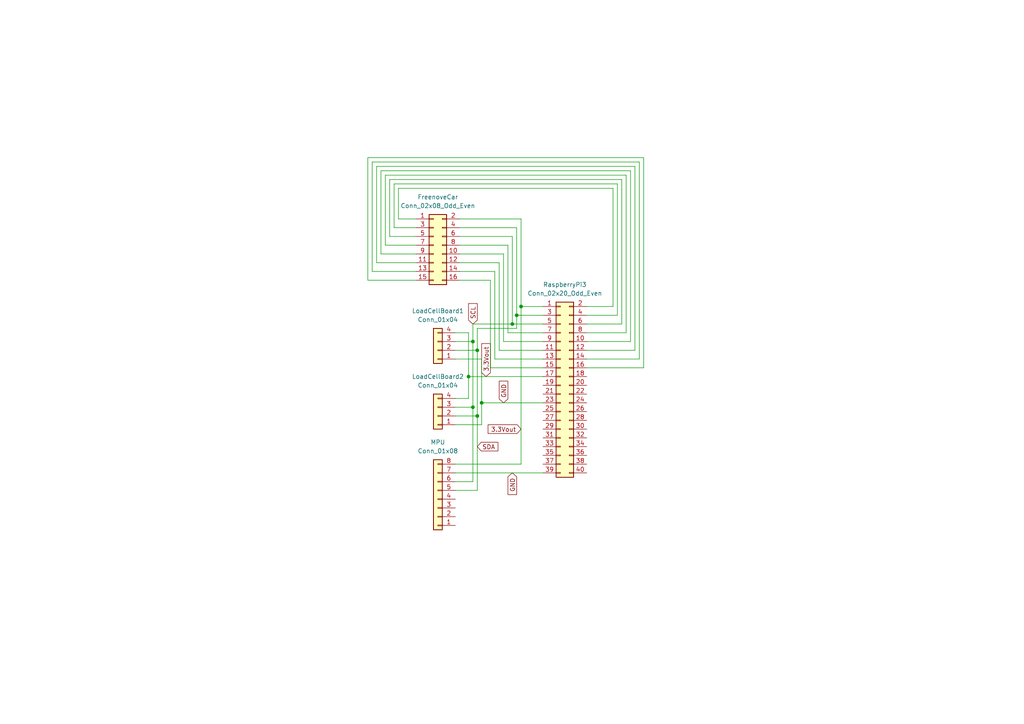
<source format=kicad_sch>
(kicad_sch (version 20250114) (generator "eeschema") (generator_version "9.0")
  (paper "A4")
  (title_block (title "Pythagoras") (date "2025-07-22") (company "Nefarios") (comment 1 "Made for CIEE Robotics Tokyo, Session 1, 2025"))
  (lib_symbols
    (symbol "Connector_Generic:Conn_01x04" (pin_names (offset 1.016) (hide yes))
      (property "Reference" "J" (at 0 5.08 0))
      (property "Value" "Conn_01x04" (at 0 -7.62 0))
      (symbol "Conn_01x04_1_1"
        (rectangle (start -1.27 3.81) (end 1.27 -6.35) (stroke (width 0.254)) (fill (type background)))
        (rectangle (start -1.27 2.667) (end 0 2.413) (stroke (width 0.1524)))
        (rectangle (start -1.27 0.127) (end 0 -0.127) (stroke (width 0.1524)))
        (rectangle (start -1.27 -2.413) (end 0 -2.667) (stroke (width 0.1524)))
        (rectangle (start -1.27 -4.953) (end 0 -5.207) (stroke (width 0.1524)))
        (pin passive line (at -5.08 2.54 0) (length 3.81) (name "Pin_1") (number "1"))
        (pin passive line (at -5.08 0 0) (length 3.81) (name "Pin_2") (number "2"))
        (pin passive line (at -5.08 -2.54 0) (length 3.81) (name "Pin_3") (number "3"))
        (pin passive line (at -5.08 -5.08 0) (length 3.81) (name "Pin_4") (number "4"))
      )
    )
    (symbol "Connector_Generic:Conn_01x08" (pin_names (offset 1.016) (hide yes))
      (property "Reference" "J" (at 0 10.16 0))
      (property "Value" "Conn_01x08" (at 0 -12.7 0))
      (symbol "Conn_01x08_1_1"
        (rectangle (start -1.27 8.89) (end 1.27 -11.43) (stroke (width 0.254)) (fill (type background)))
        (rectangle (start -1.27 7.747) (end 0 7.493) (stroke (width 0.1524)))
        (rectangle (start -1.27 5.207) (end 0 4.953) (stroke (width 0.1524)))
        (rectangle (start -1.27 2.667) (end 0 2.413) (stroke (width 0.1524)))
        (rectangle (start -1.27 0.127) (end 0 -0.127) (stroke (width 0.1524)))
        (rectangle (start -1.27 -2.413) (end 0 -2.667) (stroke (width 0.1524)))
        (rectangle (start -1.27 -4.953) (end 0 -5.207) (stroke (width 0.1524)))
        (rectangle (start -1.27 -7.493) (end 0 -7.747) (stroke (width 0.1524)))
        (rectangle (start -1.27 -10.033) (end 0 -10.287) (stroke (width 0.1524)))
        (pin passive line (at -5.08 7.62 0) (length 3.81) (name "Pin_1") (number "1"))
        (pin passive line (at -5.08 5.08 0) (length 3.81) (name "Pin_2") (number "2"))
        (pin passive line (at -5.08 2.54 0) (length 3.81) (name "Pin_3") (number "3"))
        (pin passive line (at -5.08 0 0) (length 3.81) (name "Pin_4") (number "4"))
        (pin passive line (at -5.08 -2.54 0) (length 3.81) (name "Pin_5") (number "5"))
        (pin passive line (at -5.08 -5.08 0) (length 3.81) (name "Pin_6") (number "6"))
        (pin passive line (at -5.08 -7.62 0) (length 3.81) (name "Pin_7") (number "7"))
        (pin passive line (at -5.08 -10.16 0) (length 3.81) (name "Pin_8") (number "8"))
      )
    )
    (symbol "Connector_Generic:Conn_02x08_Odd_Even" (pin_names (offset 1.016) (hide yes))
      (property "Reference" "J" (at 1.27 10.16 0))
      (property "Value" "Conn_02x08_Odd_Even" (at 1.27 -12.7 0))
      (symbol "Conn_02x08_Odd_Even_1_1"
        (rectangle (start -1.27 8.89) (end 3.81 -11.43) (stroke (width 0.254)) (fill (type background)))
        (rectangle (start -1.27 7.747) (end 0 7.493) (stroke (width 0.1524)))
        (rectangle (start -1.27 5.207) (end 0 4.953) (stroke (width 0.1524)))
        (rectangle (start -1.27 2.667) (end 0 2.413) (stroke (width 0.1524)))
        (rectangle (start -1.27 0.127) (end 0 -0.127) (stroke (width 0.1524)))
        (rectangle (start -1.27 -2.413) (end 0 -2.667) (stroke (width 0.1524)))
        (rectangle (start -1.27 -4.953) (end 0 -5.207) (stroke (width 0.1524)))
        (rectangle (start -1.27 -7.493) (end 0 -7.747) (stroke (width 0.1524)))
        (rectangle (start -1.27 -10.033) (end 0 -10.287) (stroke (width 0.1524)))
        (rectangle (start 3.81 7.747) (end 2.54 7.493) (stroke (width 0.1524)))
        (rectangle (start 3.81 5.207) (end 2.54 4.953) (stroke (width 0.1524)))
        (rectangle (start 3.81 2.667) (end 2.54 2.413) (stroke (width 0.1524)))
        (rectangle (start 3.81 0.127) (end 2.54 -0.127) (stroke (width 0.1524)))
        (rectangle (start 3.81 -2.413) (end 2.54 -2.667) (stroke (width 0.1524)))
        (rectangle (start 3.81 -4.953) (end 2.54 -5.207) (stroke (width 0.1524)))
        (rectangle (start 3.81 -7.493) (end 2.54 -7.747) (stroke (width 0.1524)))
        (rectangle (start 3.81 -10.033) (end 2.54 -10.287) (stroke (width 0.1524)))
        (pin passive line (at -5.08 7.62 0) (length 3.81) (name "Pin_1") (number "1"))
        (pin passive line (at -5.08 5.08 0) (length 3.81) (name "Pin_3") (number "3"))
        (pin passive line (at -5.08 2.54 0) (length 3.81) (name "Pin_5") (number "5"))
        (pin passive line (at -5.08 0 0) (length 3.81) (name "Pin_7") (number "7"))
        (pin passive line (at -5.08 -2.54 0) (length 3.81) (name "Pin_9") (number "9"))
        (pin passive line (at -5.08 -5.08 0) (length 3.81) (name "Pin_11") (number "11"))
        (pin passive line (at -5.08 -7.62 0) (length 3.81) (name "Pin_13") (number "13"))
        (pin passive line (at -5.08 -10.16 0) (length 3.81) (name "Pin_15") (number "15"))
        (pin passive line (at 7.62 7.62 180) (length 3.81) (name "Pin_2") (number "2"))
        (pin passive line (at 7.62 5.08 180) (length 3.81) (name "Pin_4") (number "4"))
        (pin passive line (at 7.62 2.54 180) (length 3.81) (name "Pin_6") (number "6"))
        (pin passive line (at 7.62 0 180) (length 3.81) (name "Pin_8") (number "8"))
        (pin passive line (at 7.62 -2.54 180) (length 3.81) (name "Pin_10") (number "10"))
        (pin passive line (at 7.62 -5.08 180) (length 3.81) (name "Pin_12") (number "12"))
        (pin passive line (at 7.62 -7.62 180) (length 3.81) (name "Pin_14") (number "14"))
        (pin passive line (at 7.62 -10.16 180) (length 3.81) (name "Pin_16") (number "16"))
      )
    )
    (symbol "Connector_Generic:Conn_02x20_Odd_Even" (pin_names (offset 1.016) (hide yes))
      (property "Reference" "J" (at 1.27 25.4 0))
      (property "Value" "Conn_02x20_Odd_Even" (at 1.27 -27.94 0))
      (symbol "Conn_02x20_Odd_Even_1_1"
        (rectangle (start -1.27 24.13) (end 3.81 -26.67) (stroke (width 0.254)) (fill (type background)))
        (rectangle (start -1.27 22.987) (end 0 22.733) (stroke (width 0.1524)))
        (rectangle (start -1.27 20.447) (end 0 20.193) (stroke (width 0.1524)))
        (rectangle (start -1.27 17.907) (end 0 17.653) (stroke (width 0.1524)))
        (rectangle (start -1.27 15.367) (end 0 15.113) (stroke (width 0.1524)))
        (rectangle (start -1.27 12.827) (end 0 12.573) (stroke (width 0.1524)))
        (rectangle (start -1.27 10.287) (end 0 10.033) (stroke (width 0.1524)))
        (rectangle (start -1.27 7.747) (end 0 7.493) (stroke (width 0.1524)))
        (rectangle (start -1.27 5.207) (end 0 4.953) (stroke (width 0.1524)))
        (rectangle (start -1.27 2.667) (end 0 2.413) (stroke (width 0.1524)))
        (rectangle (start -1.27 0.127) (end 0 -0.127) (stroke (width 0.1524)))
        (rectangle (start -1.27 -2.413) (end 0 -2.667) (stroke (width 0.1524)))
        (rectangle (start -1.27 -4.953) (end 0 -5.207) (stroke (width 0.1524)))
        (rectangle (start -1.27 -7.493) (end 0 -7.747) (stroke (width 0.1524)))
        (rectangle (start -1.27 -10.033) (end 0 -10.287) (stroke (width 0.1524)))
        (rectangle (start -1.27 -12.573) (end 0 -12.827) (stroke (width 0.1524)))
        (rectangle (start -1.27 -15.113) (end 0 -15.367) (stroke (width 0.1524)))
        (rectangle (start -1.27 -17.653) (end 0 -17.907) (stroke (width 0.1524)))
        (rectangle (start -1.27 -20.193) (end 0 -20.447) (stroke (width 0.1524)))
        (rectangle (start -1.27 -22.733) (end 0 -22.987) (stroke (width 0.1524)))
        (rectangle (start -1.27 -25.273) (end 0 -25.527) (stroke (width 0.1524)))
        (rectangle (start 3.81 22.987) (end 2.54 22.733) (stroke (width 0.1524)))
        (rectangle (start 3.81 20.447) (end 2.54 20.193) (stroke (width 0.1524)))
        (rectangle (start 3.81 17.907) (end 2.54 17.653) (stroke (width 0.1524)))
        (rectangle (start 3.81 15.367) (end 2.54 15.113) (stroke (width 0.1524)))
        (rectangle (start 3.81 12.827) (end 2.54 12.573) (stroke (width 0.1524)))
        (rectangle (start 3.81 10.287) (end 2.54 10.033) (stroke (width 0.1524)))
        (rectangle (start 3.81 7.747) (end 2.54 7.493) (stroke (width 0.1524)))
        (rectangle (start 3.81 5.207) (end 2.54 4.953) (stroke (width 0.1524)))
        (rectangle (start 3.81 2.667) (end 2.54 2.413) (stroke (width 0.1524)))
        (rectangle (start 3.81 0.127) (end 2.54 -0.127) (stroke (width 0.1524)))
        (rectangle (start 3.81 -2.413) (end 2.54 -2.667) (stroke (width 0.1524)))
        (rectangle (start 3.81 -4.953) (end 2.54 -5.207) (stroke (width 0.1524)))
        (rectangle (start 3.81 -7.493) (end 2.54 -7.747) (stroke (width 0.1524)))
        (rectangle (start 3.81 -10.033) (end 2.54 -10.287) (stroke (width 0.1524)))
        (rectangle (start 3.81 -12.573) (end 2.54 -12.827) (stroke (width 0.1524)))
        (rectangle (start 3.81 -15.113) (end 2.54 -15.367) (stroke (width 0.1524)))
        (rectangle (start 3.81 -17.653) (end 2.54 -17.907) (stroke (width 0.1524)))
        (rectangle (start 3.81 -20.193) (end 2.54 -20.447) (stroke (width 0.1524)))
        (rectangle (start 3.81 -22.733) (end 2.54 -22.987) (stroke (width 0.1524)))
        (rectangle (start 3.81 -25.273) (end 2.54 -25.527) (stroke (width 0.1524)))
        (pin passive line (at -5.08 22.86 0) (length 3.81) (name "Pin_1") (number "1"))
        (pin passive line (at -5.08 20.32 0) (length 3.81) (name "Pin_3") (number "3"))
        (pin passive line (at -5.08 17.78 0) (length 3.81) (name "Pin_5") (number "5"))
        (pin passive line (at -5.08 15.24 0) (length 3.81) (name "Pin_7") (number "7"))
        (pin passive line (at -5.08 12.7 0) (length 3.81) (name "Pin_9") (number "9"))
        (pin passive line (at -5.08 10.16 0) (length 3.81) (name "Pin_11") (number "11"))
        (pin passive line (at -5.08 7.62 0) (length 3.81) (name "Pin_13") (number "13"))
        (pin passive line (at -5.08 5.08 0) (length 3.81) (name "Pin_15") (number "15"))
        (pin passive line (at -5.08 2.54 0) (length 3.81) (name "Pin_17") (number "17"))
        (pin passive line (at -5.08 0 0) (length 3.81) (name "Pin_19") (number "19"))
        (pin passive line (at -5.08 -2.54 0) (length 3.81) (name "Pin_21") (number "21"))
        (pin passive line (at -5.08 -5.08 0) (length 3.81) (name "Pin_23") (number "23"))
        (pin passive line (at -5.08 -7.62 0) (length 3.81) (name "Pin_25") (number "25"))
        (pin passive line (at -5.08 -10.16 0) (length 3.81) (name "Pin_27") (number "27"))
        (pin passive line (at -5.08 -12.7 0) (length 3.81) (name "Pin_29") (number "29"))
        (pin passive line (at -5.08 -15.24 0) (length 3.81) (name "Pin_31") (number "31"))
        (pin passive line (at -5.08 -17.78 0) (length 3.81) (name "Pin_33") (number "33"))
        (pin passive line (at -5.08 -20.32 0) (length 3.81) (name "Pin_35") (number "35"))
        (pin passive line (at -5.08 -22.86 0) (length 3.81) (name "Pin_37") (number "37"))
        (pin passive line (at -5.08 -25.4 0) (length 3.81) (name "Pin_39") (number "39"))
        (pin passive line (at 7.62 22.86 180) (length 3.81) (name "Pin_2") (number "2"))
        (pin passive line (at 7.62 20.32 180) (length 3.81) (name "Pin_4") (number "4"))
        (pin passive line (at 7.62 17.78 180) (length 3.81) (name "Pin_6") (number "6"))
        (pin passive line (at 7.62 15.24 180) (length 3.81) (name "Pin_8") (number "8"))
        (pin passive line (at 7.62 12.7 180) (length 3.81) (name "Pin_10") (number "10"))
        (pin passive line (at 7.62 10.16 180) (length 3.81) (name "Pin_12") (number "12"))
        (pin passive line (at 7.62 7.62 180) (length 3.81) (name "Pin_14") (number "14"))
        (pin passive line (at 7.62 5.08 180) (length 3.81) (name "Pin_16") (number "16"))
        (pin passive line (at 7.62 2.54 180) (length 3.81) (name "Pin_18") (number "18"))
        (pin passive line (at 7.62 0 180) (length 3.81) (name "Pin_20") (number "20"))
        (pin passive line (at 7.62 -2.54 180) (length 3.81) (name "Pin_22") (number "22"))
        (pin passive line (at 7.62 -5.08 180) (length 3.81) (name "Pin_24") (number "24"))
        (pin passive line (at 7.62 -7.62 180) (length 3.81) (name "Pin_26") (number "26"))
        (pin passive line (at 7.62 -10.16 180) (length 3.81) (name "Pin_28") (number "28"))
        (pin passive line (at 7.62 -12.7 180) (length 3.81) (name "Pin_30") (number "30"))
        (pin passive line (at 7.62 -15.24 180) (length 3.81) (name "Pin_32") (number "32"))
        (pin passive line (at 7.62 -17.78 180) (length 3.81) (name "Pin_34") (number "34"))
        (pin passive line (at 7.62 -20.32 180) (length 3.81) (name "Pin_36") (number "36"))
        (pin passive line (at 7.62 -22.86 180) (length 3.81) (name "Pin_38") (number "38"))
        (pin passive line (at 7.62 -25.4 180) (length 3.81) (name "Pin_40") (number "40"))
      )
    )
  )
  (junction (at 137.16 99.06))
  (junction (at 135.89 109.22))
  (junction (at 137.16 118.11))
  (junction (at 149.86 91.44))
  (junction (at 151.13 88.9))
  (junction (at 138.43 120.65))
  (junction (at 138.43 101.6))
  (junction (at 148.59 93.98))
  (junction (at 139.7 116.84))
  (wire (pts (xy 115.57 54.61) (xy 115.57 63.5)))
  (wire (pts (xy 151.13 134.62) (xy 132.08 134.62)))
  (wire (pts (xy 132.08 99.06) (xy 137.16 99.06)))
  (wire (pts (xy 144.78 76.2) (xy 144.78 101.6)))
  (wire (pts (xy 170.18 96.52) (xy 181.61 96.52)))
  (wire (pts (xy 151.13 88.9) (xy 157.48 88.9)))
  (wire (pts (xy 182.88 49.53) (xy 110.49 49.53)))
  (wire (pts (xy 143.51 78.74) (xy 143.51 104.14)))
  (wire (pts (xy 149.86 66.04) (xy 149.86 91.44)))
  (wire (pts (xy 179.07 91.44) (xy 179.07 53.34)))
  (wire (pts (xy 143.51 104.14) (xy 157.48 104.14)))
  (wire (pts (xy 180.34 93.98) (xy 180.34 52.07)))
  (wire (pts (xy 133.35 76.2) (xy 144.78 76.2)))
  (wire (pts (xy 137.16 99.06) (xy 137.16 118.11)))
  (wire (pts (xy 115.57 63.5) (xy 120.65 63.5)))
  (wire (pts (xy 132.08 101.6) (xy 138.43 101.6)))
  (wire (pts (xy 120.65 76.2) (xy 109.22 76.2)))
  (wire (pts (xy 170.18 93.98) (xy 180.34 93.98)))
  (wire (pts (xy 111.76 50.8) (xy 111.76 71.12)))
  (wire (pts (xy 147.32 71.12) (xy 147.32 96.52)))
  (wire (pts (xy 133.35 73.66) (xy 146.05 73.66)))
  (wire (pts (xy 106.68 81.28) (xy 106.68 45.72)))
  (wire (pts (xy 137.16 118.11) (xy 137.16 139.7)))
  (wire (pts (xy 157.48 116.84) (xy 139.7 116.84)))
  (wire (pts (xy 107.95 46.99) (xy 107.95 78.74)))
  (wire (pts (xy 177.8 88.9) (xy 177.8 54.61)))
  (wire (pts (xy 110.49 49.53) (xy 110.49 73.66)))
  (wire (pts (xy 133.35 68.58) (xy 148.59 68.58)))
  (wire (pts (xy 148.59 93.98) (xy 137.16 93.98)))
  (wire (pts (xy 111.76 71.12) (xy 120.65 71.12)))
  (wire (pts (xy 137.16 139.7) (xy 132.08 139.7)))
  (wire (pts (xy 149.86 91.44) (xy 157.48 91.44)))
  (wire (pts (xy 137.16 93.98) (xy 137.16 99.06)))
  (wire (pts (xy 179.07 53.34) (xy 114.3 53.34)))
  (wire (pts (xy 135.89 115.57) (xy 132.08 115.57)))
  (wire (pts (xy 138.43 120.65) (xy 132.08 120.65)))
  (wire (pts (xy 138.43 101.6) (xy 138.43 120.65)))
  (wire (pts (xy 148.59 68.58) (xy 148.59 93.98)))
  (wire (pts (xy 132.08 137.16) (xy 157.48 137.16)))
  (wire (pts (xy 132.08 104.14) (xy 139.7 104.14)))
  (wire (pts (xy 110.49 73.66) (xy 120.65 73.66)))
  (wire (pts (xy 135.89 96.52) (xy 132.08 96.52)))
  (wire (pts (xy 184.15 101.6) (xy 170.18 101.6)))
  (wire (pts (xy 133.35 81.28) (xy 142.24 81.28)))
  (wire (pts (xy 151.13 63.5) (xy 151.13 88.9)))
  (wire (pts (xy 170.18 104.14) (xy 185.42 104.14)))
  (wire (pts (xy 106.68 45.72) (xy 186.69 45.72)))
  (wire (pts (xy 114.3 66.04) (xy 120.65 66.04)))
  (wire (pts (xy 142.24 106.68) (xy 157.48 106.68)))
  (wire (pts (xy 139.7 123.19) (xy 132.08 123.19)))
  (wire (pts (xy 139.7 116.84) (xy 139.7 104.14)))
  (wire (pts (xy 135.89 109.22) (xy 135.89 115.57)))
  (wire (pts (xy 146.05 73.66) (xy 146.05 99.06)))
  (wire (pts (xy 148.59 93.98) (xy 157.48 93.98)))
  (wire (pts (xy 133.35 71.12) (xy 147.32 71.12)))
  (wire (pts (xy 138.43 142.24) (xy 132.08 142.24)))
  (wire (pts (xy 170.18 88.9) (xy 177.8 88.9)))
  (wire (pts (xy 133.35 66.04) (xy 149.86 66.04)))
  (wire (pts (xy 170.18 99.06) (xy 182.88 99.06)))
  (wire (pts (xy 133.35 78.74) (xy 143.51 78.74)))
  (wire (pts (xy 186.69 106.68) (xy 170.18 106.68)))
  (wire (pts (xy 139.7 116.84) (xy 139.7 123.19)))
  (wire (pts (xy 113.03 68.58) (xy 120.65 68.58)))
  (wire (pts (xy 135.89 109.22) (xy 157.48 109.22)))
  (wire (pts (xy 181.61 50.8) (xy 111.76 50.8)))
  (wire (pts (xy 138.43 120.65) (xy 138.43 142.24)))
  (wire (pts (xy 184.15 48.26) (xy 184.15 101.6)))
  (wire (pts (xy 186.69 45.72) (xy 186.69 106.68)))
  (wire (pts (xy 135.89 109.22) (xy 135.89 96.52)))
  (wire (pts (xy 137.16 118.11) (xy 132.08 118.11)))
  (wire (pts (xy 120.65 81.28) (xy 106.68 81.28)))
  (wire (pts (xy 142.24 81.28) (xy 142.24 106.68)))
  (wire (pts (xy 181.61 96.52) (xy 181.61 50.8)))
  (wire (pts (xy 109.22 76.2) (xy 109.22 48.26)))
  (wire (pts (xy 180.34 52.07) (xy 113.03 52.07)))
  (wire (pts (xy 182.88 99.06) (xy 182.88 49.53)))
  (wire (pts (xy 107.95 78.74) (xy 120.65 78.74)))
  (wire (pts (xy 146.05 99.06) (xy 157.48 99.06)))
  (wire (pts (xy 151.13 88.9) (xy 151.13 134.62)))
  (wire (pts (xy 170.18 91.44) (xy 179.07 91.44)))
  (wire (pts (xy 177.8 54.61) (xy 115.57 54.61)))
  (wire (pts (xy 185.42 104.14) (xy 185.42 46.99)))
  (wire (pts (xy 149.86 95.25) (xy 138.43 95.25)))
  (wire (pts (xy 138.43 95.25) (xy 138.43 101.6)))
  (wire (pts (xy 144.78 101.6) (xy 157.48 101.6)))
  (wire (pts (xy 149.86 91.44) (xy 149.86 95.25)))
  (wire (pts (xy 114.3 53.34) (xy 114.3 66.04)))
  (wire (pts (xy 113.03 52.07) (xy 113.03 68.58)))
  (wire (pts (xy 133.35 63.5) (xy 151.13 63.5)))
  (wire (pts (xy 109.22 48.26) (xy 184.15 48.26)))
  (wire (pts (xy 147.32 96.52) (xy 157.48 96.52)))
  (wire (pts (xy 185.42 46.99) (xy 107.95 46.99)))
  (global_label "SCL" (shape input) (at 137.16 93.98 90) (property "Intersheetrefs" "${INTERSHEET_REFS}" (effects (hide yes))))
  (global_label "GND" (shape input) (at 148.59 137.16 270) (property "Intersheetrefs" "${INTERSHEET_REFS}" (effects (hide yes))))
  (global_label "3.3Vout" (shape input) (at 140.97 109.22 90) (property "Intersheetrefs" "${INTERSHEET_REFS}" (effects (hide yes))))
  (global_label "GND" (shape input) (at 146.05 116.84 90) (property "Intersheetrefs" "${INTERSHEET_REFS}" (effects (hide yes))))
  (global_label "SDA" (shape input) (at 138.43 129.54 0) (property "Intersheetrefs" "${INTERSHEET_REFS}" (effects (hide yes))))
  (global_label "3.3Vout" (shape input) (at 151.13 124.46 180) (property "Intersheetrefs" "${INTERSHEET_REFS}" (effects (hide yes))))
  (symbol (lib_id "Connector_Generic:Conn_02x08_Odd_Even") (at 125.73 71.12 0) (unit 1)
    (property "Reference" "FreenoveCar" (at 127 57.15 0))
    (property "Value" "Conn_02x08_Odd_Even" (at 127 59.69 0))
    (property "Description" "Generic connector, double row, 02x08, odd/even pin numbering scheme (row 1 odd numbers, row 2 even numbers), script generated (kicad-library-utils/schlib/autogen/connector/)" (effects (hide yes)))
  )
  (symbol (lib_id "Connector_Generic:Conn_01x04") (at 127 120.65 180) (unit 1)
    (property "Reference" "LoadCellBoard2" (at 127 109.22 0))
    (property "Value" "Conn_01x04" (at 127 111.76 0))
    (property "Description" "Generic connector, single row, 01x04, script generated (kicad-library-utils/schlib/autogen/connector/)" (effects (hide yes)))
  )
  (symbol (lib_id "Connector_Generic:Conn_01x08") (at 127 144.78 180) (unit 1)
    (property "Reference" "MPU" (at 127 128.27 0))
    (property "Value" "Conn_01x08" (at 127 130.81 0))
    (property "Description" "Generic connector, single row, 01x08, script generated (kicad-library-utils/schlib/autogen/connector/)" (effects (hide yes)))
  )
  (symbol (lib_id "Connector_Generic:Conn_01x04") (at 127 101.6 180) (unit 1)
    (property "Reference" "LoadCellBoard1" (at 127 90.17 0))
    (property "Value" "Conn_01x04" (at 127 92.71 0))
    (property "Description" "Generic connector, single row, 01x04, script generated (kicad-library-utils/schlib/autogen/connector/)" (effects (hide yes)))
  )
  (symbol (lib_id "Connector_Generic:Conn_02x20_Odd_Even") (at 162.56 111.76 0) (unit 1)
    (property "Reference" "RaspberryPi3" (at 163.83 82.55 0))
    (property "Value" "Conn_02x20_Odd_Even" (at 163.83 85.09 0))
    (property "Description" "Generic connector, double row, 02x20, odd/even pin numbering scheme (row 1 odd numbers, row 2 even numbers), script generated (kicad-library-utils/schlib/autogen/connector/)" (effects (hide yes)))
  )
)
</source>
